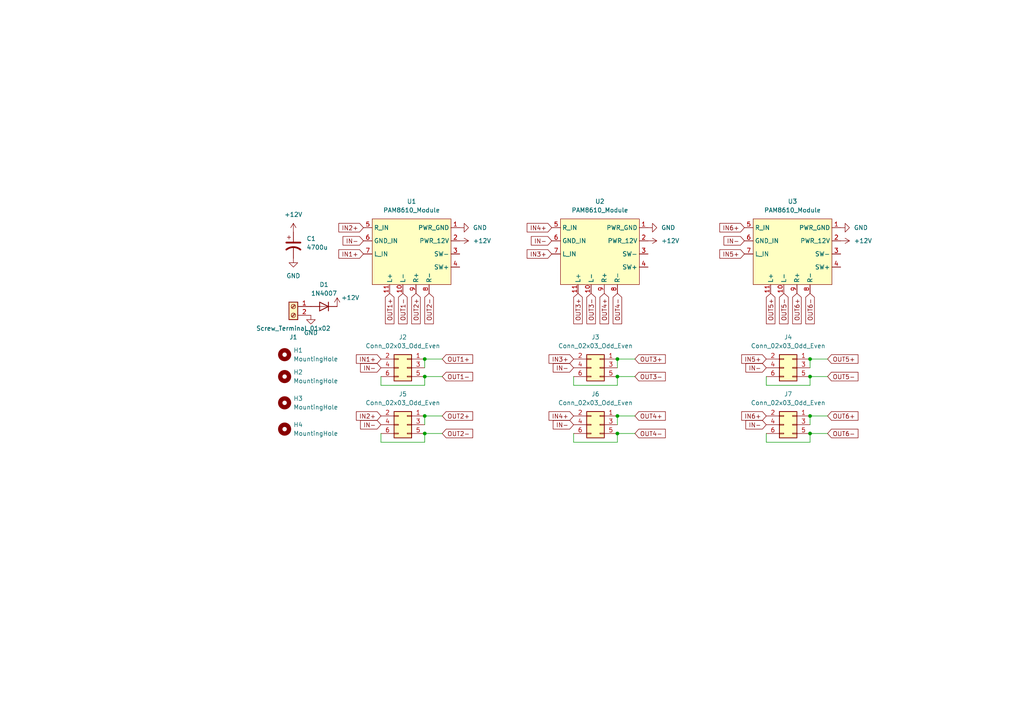
<source format=kicad_sch>
(kicad_sch (version 20211123) (generator eeschema)
  (paper "A4")
  (lib_symbols
    (symbol "Alex_Custom:PAM8610_Module"
      (property "Reference" "U" (at 0 0 0))
      (property "Value" "PAM8610_Module" (at 0 2.54 0))
      (symbol "PAM8610_Module_0_1"
        (rectangle (start -11.43 -21.59) (end 11.43 -2.54) (fill (type background)))
      )
      (symbol "PAM8610_Module_1_1"
        (pin input line (at 13.97 -5.08 180) (length 2.54) (name "PWR_GND") (number "1"))
        (pin output line (at -2.54 -24.13 90) (length 2.54) (name "L-") (number "10"))
        (pin output line (at -6.35 -24.13 90) (length 2.54) (name "L+") (number "11"))
        (pin input line (at 13.97 -8.89 180) (length 2.54) (name "PWR_12V") (number "2"))
        (pin input line (at 13.97 -12.7 180) (length 2.54) (name "SW-") (number "3"))
        (pin input line (at 13.97 -16.51 180) (length 2.54) (name "SW+") (number "4"))
        (pin input line (at -13.97 -5.08 0) (length 2.54) (name "R_IN") (number "5"))
        (pin input line (at -13.97 -8.89 0) (length 2.54) (name "GND_IN") (number "6"))
        (pin input line (at -13.97 -12.7 0) (length 2.54) (name "L_IN") (number "7"))
        (pin output line (at 5.08 -24.13 90) (length 2.54) (name "R-") (number "8"))
        (pin output line (at 1.27 -24.13 90) (length 2.54) (name "R+") (number "9"))
      )
    )
    (symbol "Connector:Screw_Terminal_01x02" (pin_names (offset 1.016) hide)
      (property "Reference" "J" (at 0 2.54 0))
      (property "Value" "Screw_Terminal_01x02" (at 0 -5.08 0))
      (symbol "Screw_Terminal_01x02_1_1"
        (rectangle (start -1.27 1.27) (end 1.27 -3.81) (stroke (width 0.254)) (fill (type background)))
        (circle (center 0 -2.54) (radius 0.635) (stroke (width 0.1524)))
        (polyline (pts (xy -0.5334 -2.2098) (xy 0.3302 -3.048)) (stroke (width 0.1524)))
        (polyline (pts (xy -0.5334 0.3302) (xy 0.3302 -0.508)) (stroke (width 0.1524)))
        (polyline (pts (xy -0.3556 -2.032) (xy 0.508 -2.8702)) (stroke (width 0.1524)))
        (polyline (pts (xy -0.3556 0.508) (xy 0.508 -0.3302)) (stroke (width 0.1524)))
        (circle (center 0 0) (radius 0.635) (stroke (width 0.1524)))
        (pin passive line (at -5.08 0 0) (length 3.81) (name "Pin_1") (number "1"))
        (pin passive line (at -5.08 -2.54 0) (length 3.81) (name "Pin_2") (number "2"))
      )
    )
    (symbol "Connector_Generic:Conn_02x03_Odd_Even" (pin_names (offset 1.016) hide)
      (property "Reference" "J" (at 1.27 5.08 0))
      (property "Value" "Conn_02x03_Odd_Even" (at 1.27 -5.08 0))
      (symbol "Conn_02x03_Odd_Even_1_1"
        (rectangle (start -1.27 -2.413) (end 0 -2.667) (stroke (width 0.1524)))
        (rectangle (start -1.27 0.127) (end 0 -0.127) (stroke (width 0.1524)))
        (rectangle (start -1.27 2.667) (end 0 2.413) (stroke (width 0.1524)))
        (rectangle (start -1.27 3.81) (end 3.81 -3.81) (stroke (width 0.254)) (fill (type background)))
        (rectangle (start 3.81 -2.413) (end 2.54 -2.667) (stroke (width 0.1524)))
        (rectangle (start 3.81 0.127) (end 2.54 -0.127) (stroke (width 0.1524)))
        (rectangle (start 3.81 2.667) (end 2.54 2.413) (stroke (width 0.1524)))
        (pin passive line (at -5.08 2.54 0) (length 3.81) (name "Pin_1") (number "1"))
        (pin passive line (at 7.62 2.54 180) (length 3.81) (name "Pin_2") (number "2"))
        (pin passive line (at -5.08 0 0) (length 3.81) (name "Pin_3") (number "3"))
        (pin passive line (at 7.62 0 180) (length 3.81) (name "Pin_4") (number "4"))
        (pin passive line (at -5.08 -2.54 0) (length 3.81) (name "Pin_5") (number "5"))
        (pin passive line (at 7.62 -2.54 180) (length 3.81) (name "Pin_6") (number "6"))
      )
    )
    (symbol "Device:C_Polarized_US" (pin_numbers hide) (pin_names (offset 0.254) hide)
      (property "Reference" "C" (at 0.635 2.54 0))
      (property "Value" "C_Polarized_US" (at 0.635 -2.54 0))
      (symbol "C_Polarized_US_0_1"
        (polyline (pts (xy -2.032 0.762) (xy 2.032 0.762)) (stroke (width 0.508)))
        (polyline (pts (xy -1.778 2.286) (xy -0.762 2.286)))
        (polyline (pts (xy -1.27 1.778) (xy -1.27 2.794)))
        (arc (start 2.032 -1.27) (mid 0 -0.5572) (end -2.032 -1.27) (stroke (width 0.508)))
      )
      (symbol "C_Polarized_US_1_1"
        (pin passive line (at 0 3.81 270) (length 2.794) (name "~") (number "1"))
        (pin passive line (at 0 -3.81 90) (length 3.302) (name "~") (number "2"))
      )
    )
    (symbol "Diode:1N4007" (pin_numbers hide) (pin_names (offset 1.016) hide)
      (property "Reference" "D" (at 0 2.54 0))
      (property "Value" "1N4007" (at 0 -2.54 0))
      (symbol "1N4007_0_1"
        (polyline (pts (xy -1.27 1.27) (xy -1.27 -1.27)) (stroke (width 0.254)))
        (polyline (pts (xy 1.27 0) (xy -1.27 0)))
        (polyline (pts (xy 1.27 1.27) (xy 1.27 -1.27) (xy -1.27 0) (xy 1.27 1.27)) (stroke (width 0.254)))
      )
      (symbol "1N4007_1_1"
        (pin passive line (at -3.81 0 0) (length 2.54) (name "K") (number "1"))
        (pin passive line (at 3.81 0 180) (length 2.54) (name "A") (number "2"))
      )
    )
    (symbol "Mechanical:MountingHole" (pin_names (offset 1.016))
      (property "Reference" "H" (at 0 5.08 0))
      (property "Value" "MountingHole" (at 0 3.175 0))
      (symbol "MountingHole_0_1"
        (circle (center 0 0) (radius 1.27) (stroke (width 1.27)))
      )
    )
    (symbol "power:+12V" (power) (pin_names (offset 0))
      (property "Value" "+12V" (at 0 3.556 0))
      (symbol "+12V_0_1"
        (polyline (pts (xy -0.762 1.27) (xy 0 2.54)))
        (polyline (pts (xy 0 0) (xy 0 2.54)))
        (polyline (pts (xy 0 2.54) (xy 0.762 1.27)))
      )
      (symbol "+12V_1_1"
        (pin power_in line (at 0 0 90) (length 0) hide (name "+12V") (number "1"))
      )
    )
    (symbol "power:GND" (power) (pin_names (offset 0))
      (property "Value" "GND" (at 0 -3.81 0))
      (symbol "GND_0_1"
        (polyline (pts (xy 0 0) (xy 0 -1.27) (xy 1.27 -1.27) (xy 0 -2.54) (xy -1.27 -1.27) (xy 0 -1.27)))
      )
      (symbol "GND_1_1"
        (pin power_in line (at 0 0 270) (length 0) hide (name "GND") (number "1"))
      )
    )
  )
  (junction (at 179.07 104.14))
  (junction (at 179.07 109.22))
  (junction (at 179.07 125.73))
  (junction (at 234.95 120.65))
  (junction (at 179.07 120.65))
  (junction (at 123.19 104.14))
  (junction (at 123.19 109.22))
  (junction (at 123.19 120.65))
  (junction (at 234.95 125.73))
  (junction (at 234.95 109.22))
  (junction (at 123.19 125.73))
  (junction (at 234.95 104.14))
  (wire (pts (xy 166.37 125.73) (xy 166.37 128.27)))
  (wire (pts (xy 179.07 104.14) (xy 179.07 106.68)))
  (wire (pts (xy 110.49 128.27) (xy 123.19 128.27)))
  (wire (pts (xy 166.37 128.27) (xy 179.07 128.27)))
  (wire (pts (xy 234.95 111.76) (xy 234.95 109.22)))
  (wire (pts (xy 234.95 120.65) (xy 234.95 123.19)))
  (wire (pts (xy 234.95 125.73) (xy 240.03 125.73)))
  (wire (pts (xy 234.95 109.22) (xy 240.03 109.22)))
  (wire (pts (xy 234.95 128.27) (xy 234.95 125.73)))
  (wire (pts (xy 110.49 109.22) (xy 110.49 111.76)))
  (wire (pts (xy 179.07 120.65) (xy 179.07 123.19)))
  (wire (pts (xy 179.07 109.22) (xy 184.15 109.22)))
  (wire (pts (xy 166.37 109.22) (xy 166.37 111.76)))
  (wire (pts (xy 123.19 111.76) (xy 123.19 109.22)))
  (wire (pts (xy 110.49 125.73) (xy 110.49 128.27)))
  (wire (pts (xy 166.37 111.76) (xy 179.07 111.76)))
  (wire (pts (xy 234.95 104.14) (xy 240.03 104.14)))
  (wire (pts (xy 179.07 104.14) (xy 184.15 104.14)))
  (wire (pts (xy 123.19 120.65) (xy 123.19 123.19)))
  (wire (pts (xy 179.07 120.65) (xy 184.15 120.65)))
  (wire (pts (xy 123.19 104.14) (xy 128.27 104.14)))
  (wire (pts (xy 123.19 109.22) (xy 128.27 109.22)))
  (wire (pts (xy 222.25 111.76) (xy 234.95 111.76)))
  (wire (pts (xy 222.25 128.27) (xy 234.95 128.27)))
  (wire (pts (xy 222.25 125.73) (xy 222.25 128.27)))
  (wire (pts (xy 123.19 120.65) (xy 128.27 120.65)))
  (wire (pts (xy 123.19 125.73) (xy 128.27 125.73)))
  (wire (pts (xy 179.07 128.27) (xy 179.07 125.73)))
  (wire (pts (xy 179.07 125.73) (xy 184.15 125.73)))
  (wire (pts (xy 123.19 104.14) (xy 123.19 106.68)))
  (wire (pts (xy 222.25 109.22) (xy 222.25 111.76)))
  (wire (pts (xy 110.49 111.76) (xy 123.19 111.76)))
  (wire (pts (xy 123.19 128.27) (xy 123.19 125.73)))
  (wire (pts (xy 234.95 120.65) (xy 240.03 120.65)))
  (wire (pts (xy 179.07 111.76) (xy 179.07 109.22)))
  (wire (pts (xy 234.95 104.14) (xy 234.95 106.68)))
  (global_label "OUT6-" (shape input) (at 234.95 85.09 270) (property "Intersheet References" "${INTERSHEET_REFS}" (effects hide)))
  (global_label "IN-" (shape input) (at 110.49 123.19 180) (property "Intersheet References" "${INTERSHEET_REFS}" (effects hide)))
  (global_label "IN2+" (shape input) (at 110.49 120.65 180) (property "Intersheet References" "${INTERSHEET_REFS}" (effects hide)))
  (global_label "IN-" (shape input) (at 222.25 106.68 180) (property "Intersheet References" "${INTERSHEET_REFS}" (effects hide)))
  (global_label "IN6+" (shape input) (at 215.9 66.04 180) (property "Intersheet References" "${INTERSHEET_REFS}" (effects hide)))
  (global_label "OUT2-" (shape input) (at 128.27 125.73 0) (property "Intersheet References" "${INTERSHEET_REFS}" (effects hide)))
  (global_label "OUT3-" (shape input) (at 184.15 109.22 0) (property "Intersheet References" "${INTERSHEET_REFS}" (effects hide)))
  (global_label "OUT1-" (shape input) (at 116.84 85.09 270) (property "Intersheet References" "${INTERSHEET_REFS}" (effects hide)))
  (global_label "OUT4+" (shape input) (at 184.15 120.65 0) (property "Intersheet References" "${INTERSHEET_REFS}" (effects hide)))
  (global_label "OUT5-" (shape input) (at 227.33 85.09 270) (property "Intersheet References" "${INTERSHEET_REFS}" (effects hide)))
  (global_label "IN-" (shape input) (at 110.49 106.68 180) (property "Intersheet References" "${INTERSHEET_REFS}" (effects hide)))
  (global_label "OUT3-" (shape input) (at 171.45 85.09 270) (property "Intersheet References" "${INTERSHEET_REFS}" (effects hide)))
  (global_label "OUT2+" (shape input) (at 120.65 85.09 270) (property "Intersheet References" "${INTERSHEET_REFS}" (effects hide)))
  (global_label "IN1+" (shape input) (at 110.49 104.14 180) (property "Intersheet References" "${INTERSHEET_REFS}" (effects hide)))
  (global_label "IN-" (shape input) (at 105.41 69.85 180) (property "Intersheet References" "${INTERSHEET_REFS}" (effects hide)))
  (global_label "OUT2+" (shape input) (at 128.27 120.65 0) (property "Intersheet References" "${INTERSHEET_REFS}" (effects hide)))
  (global_label "IN2+" (shape input) (at 105.41 66.04 180) (property "Intersheet References" "${INTERSHEET_REFS}" (effects hide)))
  (global_label "OUT2-" (shape input) (at 124.46 85.09 270) (property "Intersheet References" "${INTERSHEET_REFS}" (effects hide)))
  (global_label "IN1+" (shape input) (at 105.41 73.66 180) (property "Intersheet References" "${INTERSHEET_REFS}" (effects hide)))
  (global_label "IN-" (shape input) (at 166.37 106.68 180) (property "Intersheet References" "${INTERSHEET_REFS}" (effects hide)))
  (global_label "IN-" (shape input) (at 166.37 123.19 180) (property "Intersheet References" "${INTERSHEET_REFS}" (effects hide)))
  (global_label "IN4+" (shape input) (at 160.02 66.04 180) (property "Intersheet References" "${INTERSHEET_REFS}" (effects hide)))
  (global_label "OUT5-" (shape input) (at 240.03 109.22 0) (property "Intersheet References" "${INTERSHEET_REFS}" (effects hide)))
  (global_label "IN-" (shape input) (at 160.02 69.85 180) (property "Intersheet References" "${INTERSHEET_REFS}" (effects hide)))
  (global_label "OUT4-" (shape input) (at 179.07 85.09 270) (property "Intersheet References" "${INTERSHEET_REFS}" (effects hide)))
  (global_label "IN-" (shape input) (at 215.9 69.85 180) (property "Intersheet References" "${INTERSHEET_REFS}" (effects hide)))
  (global_label "OUT1+" (shape input) (at 113.03 85.09 270) (property "Intersheet References" "${INTERSHEET_REFS}" (effects hide)))
  (global_label "IN3+" (shape input) (at 160.02 73.66 180) (property "Intersheet References" "${INTERSHEET_REFS}" (effects hide)))
  (global_label "IN4+" (shape input) (at 166.37 120.65 180) (property "Intersheet References" "${INTERSHEET_REFS}" (effects hide)))
  (global_label "OUT5+" (shape input) (at 240.03 104.14 0) (property "Intersheet References" "${INTERSHEET_REFS}" (effects hide)))
  (global_label "IN3+" (shape input) (at 166.37 104.14 180) (property "Intersheet References" "${INTERSHEET_REFS}" (effects hide)))
  (global_label "OUT4+" (shape input) (at 175.26 85.09 270) (property "Intersheet References" "${INTERSHEET_REFS}" (effects hide)))
  (global_label "OUT3+" (shape input) (at 184.15 104.14 0) (property "Intersheet References" "${INTERSHEET_REFS}" (effects hide)))
  (global_label "OUT1-" (shape input) (at 128.27 109.22 0) (property "Intersheet References" "${INTERSHEET_REFS}" (effects hide)))
  (global_label "OUT6+" (shape input) (at 240.03 120.65 0) (property "Intersheet References" "${INTERSHEET_REFS}" (effects hide)))
  (global_label "OUT3+" (shape input) (at 167.64 85.09 270) (property "Intersheet References" "${INTERSHEET_REFS}" (effects hide)))
  (global_label "OUT6-" (shape input) (at 240.03 125.73 0) (property "Intersheet References" "${INTERSHEET_REFS}" (effects hide)))
  (global_label "IN5+" (shape input) (at 215.9 73.66 180) (property "Intersheet References" "${INTERSHEET_REFS}" (effects hide)))
  (global_label "OUT4-" (shape input) (at 184.15 125.73 0) (property "Intersheet References" "${INTERSHEET_REFS}" (effects hide)))
  (global_label "OUT1+" (shape input) (at 128.27 104.14 0) (property "Intersheet References" "${INTERSHEET_REFS}" (effects hide)))
  (global_label "OUT5+" (shape input) (at 223.52 85.09 270) (property "Intersheet References" "${INTERSHEET_REFS}" (effects hide)))
  (global_label "IN-" (shape input) (at 222.25 123.19 180) (property "Intersheet References" "${INTERSHEET_REFS}" (effects hide)))
  (global_label "OUT6+" (shape input) (at 231.14 85.09 270) (property "Intersheet References" "${INTERSHEET_REFS}" (effects hide)))
  (global_label "IN6+" (shape input) (at 222.25 120.65 180) (property "Intersheet References" "${INTERSHEET_REFS}" (effects hide)))
  (global_label "IN5+" (shape input) (at 222.25 104.14 180) (property "Intersheet References" "${INTERSHEET_REFS}" (effects hide)))
  (symbol (lib_id "Alex_Custom:PAM8610_Module") (at 173.99 60.96 0) (unit 1)
    (property "Reference" "U2" (at 173.99 58.42 0))
    (property "Value" "PAM8610_Module" (at 173.99 60.96 0))
    (property "Footprint" "Alex Custom:PAM8610_Module" (effects hide))
  )
  (symbol (lib_id "Connector_Generic:Conn_02x03_Odd_Even") (at 118.11 123.19 0) (mirror y) (unit 1)
    (property "Reference" "J5" (at 116.84 114.3 0))
    (property "Value" "Conn_02x03_Odd_Even" (at 116.84 116.84 0))
    (property "Footprint" "Connector_IDC:IDC-Header_2x03_P2.54mm_Vertical" (effects hide))
  )
  (symbol (lib_id "power:+12V") (at 97.79 88.9 0) (unit 1)
    (property "Reference" "#PWR0108" (effects hide))
    (property "Value" "+12V" (at 101.6 86.36 0))
  )
  (symbol (lib_id "Mechanical:MountingHole") (at 82.55 102.87 0) (unit 1)
    (property "Reference" "H1" (at 85.09 101.5999 0) (effects (justify left)))
    (property "Value" "MountingHole" (at 85.09 104.1399 0) (effects (justify left)))
    (property "Footprint" "MountingHole:MountingHole_3.2mm_M3" (effects hide))
  )
  (symbol (lib_id "power:+12V") (at 243.84 69.85 270) (unit 1)
    (property "Reference" "#PWR0102" (effects hide))
    (property "Value" "+12V" (at 247.65 69.8499 90) (effects (justify left)))
  )
  (symbol (lib_id "power:GND") (at 85.09 74.93 0) (unit 1)
    (property "Reference" "#PWR0110" (effects hide))
    (property "Value" "GND" (at 85.09 80.01 0))
  )
  (symbol (lib_id "power:+12V") (at 85.09 67.31 0) (unit 1)
    (property "Reference" "#PWR0109" (effects hide))
    (property "Value" "+12V" (at 85.09 62.23 0))
  )
  (symbol (lib_id "power:+12V") (at 133.35 69.85 270) (unit 1)
    (property "Reference" "#PWR0105" (effects hide))
    (property "Value" "+12V" (at 137.16 69.8499 90) (effects (justify left)))
  )
  (symbol (lib_id "Mechanical:MountingHole") (at 82.55 124.46 0) (unit 1)
    (property "Reference" "H4" (at 85.09 123.1899 0) (effects (justify left)))
    (property "Value" "MountingHole" (at 85.09 125.7299 0) (effects (justify left)))
    (property "Footprint" "MountingHole:MountingHole_3.2mm_M3" (effects hide))
  )
  (symbol (lib_id "Mechanical:MountingHole") (at 82.55 116.84 0) (unit 1)
    (property "Reference" "H3" (at 85.09 115.5699 0) (effects (justify left)))
    (property "Value" "MountingHole" (at 85.09 118.1099 0) (effects (justify left)))
    (property "Footprint" "MountingHole:MountingHole_3.2mm_M3" (effects hide))
  )
  (symbol (lib_id "Connector_Generic:Conn_02x03_Odd_Even") (at 118.11 106.68 0) (mirror y) (unit 1)
    (property "Reference" "J2" (at 116.84 97.79 0))
    (property "Value" "Conn_02x03_Odd_Even" (at 116.84 100.33 0))
    (property "Footprint" "Connector_IDC:IDC-Header_2x03_P2.54mm_Vertical" (effects hide))
  )
  (symbol (lib_id "Device:C_Polarized_US") (at 85.09 71.12 0) (unit 1)
    (property "Reference" "C1" (at 88.9 69.2149 0) (effects (justify left)))
    (property "Value" "4700u" (at 88.9 71.7549 0) (effects (justify left)))
    (property "Footprint" "Capacitor_THT:CP_Axial_L42.5mm_D20.0mm_P49.00mm_Horizontal" (effects hide))
  )
  (symbol (lib_id "power:GND") (at 133.35 66.04 90) (unit 1)
    (property "Reference" "#PWR0106" (effects hide))
    (property "Value" "GND" (at 137.16 66.0399 90) (effects (justify right)))
  )
  (symbol (lib_id "Connector_Generic:Conn_02x03_Odd_Even") (at 173.99 123.19 0) (mirror y) (unit 1)
    (property "Reference" "J6" (at 172.72 114.3 0))
    (property "Value" "Conn_02x03_Odd_Even" (at 172.72 116.84 0))
    (property "Footprint" "Connector_IDC:IDC-Header_2x03_P2.54mm_Vertical" (effects hide))
  )
  (symbol (lib_id "Alex_Custom:PAM8610_Module") (at 229.87 60.96 0) (unit 1)
    (property "Reference" "U3" (at 229.87 58.42 0))
    (property "Value" "PAM8610_Module" (at 229.87 60.96 0))
    (property "Footprint" "Alex Custom:PAM8610_Module" (effects hide))
  )
  (symbol (lib_id "Connector_Generic:Conn_02x03_Odd_Even") (at 173.99 106.68 0) (mirror y) (unit 1)
    (property "Reference" "J3" (at 172.72 97.79 0))
    (property "Value" "Conn_02x03_Odd_Even" (at 172.72 100.33 0))
    (property "Footprint" "Connector_IDC:IDC-Header_2x03_P2.54mm_Vertical" (effects hide))
  )
  (symbol (lib_id "Connector:Screw_Terminal_01x02") (at 85.09 88.9 0) (mirror y) (unit 1)
    (property "Reference" "J1" (at 85.09 97.79 0))
    (property "Value" "Screw_Terminal_01x02" (at 85.09 95.25 0))
    (property "Footprint" "TerminalBlock_Phoenix:TerminalBlock_Phoenix_MKDS-3-2-5.08_1x02_P5.08mm_Horizontal" (effects hide))
  )
  (symbol (lib_id "Connector_Generic:Conn_02x03_Odd_Even") (at 229.87 106.68 0) (mirror y) (unit 1)
    (property "Reference" "J4" (at 228.6 97.79 0))
    (property "Value" "Conn_02x03_Odd_Even" (at 228.6 100.33 0))
    (property "Footprint" "Connector_IDC:IDC-Header_2x03_P2.54mm_Vertical" (effects hide))
  )
  (symbol (lib_id "Mechanical:MountingHole") (at 82.55 109.22 0) (unit 1)
    (property "Reference" "H2" (at 85.09 107.9499 0) (effects (justify left)))
    (property "Value" "MountingHole" (at 85.09 110.4899 0) (effects (justify left)))
    (property "Footprint" "MountingHole:MountingHole_3.2mm_M3" (effects hide))
  )
  (symbol (lib_id "power:GND") (at 90.17 91.44 0) (unit 1)
    (property "Reference" "#PWR0107" (effects hide))
    (property "Value" "GND" (at 90.17 96.52 0))
  )
  (symbol (lib_id "Connector_Generic:Conn_02x03_Odd_Even") (at 229.87 123.19 0) (mirror y) (unit 1)
    (property "Reference" "J7" (at 228.6 114.3 0))
    (property "Value" "Conn_02x03_Odd_Even" (at 228.6 116.84 0))
    (property "Footprint" "Connector_IDC:IDC-Header_2x03_P2.54mm_Vertical" (effects hide))
  )
  (symbol (lib_id "Diode:1N4007") (at 93.98 88.9 180) (unit 1)
    (property "Reference" "D1" (at 93.98 82.55 0))
    (property "Value" "1N4007" (at 93.98 85.09 0))
    (property "Footprint" "Diode_THT:D_DO-41_SOD81_P10.16mm_Horizontal" (effects hide))
    (property "Datasheet" "http://www.vishay.com/docs/88503/1n4001.pdf" (effects hide))
  )
  (symbol (lib_id "power:+12V") (at 187.96 69.85 270) (unit 1)
    (property "Reference" "#PWR0104" (effects hide))
    (property "Value" "+12V" (at 191.77 69.8499 90) (effects (justify left)))
  )
  (symbol (lib_id "power:GND") (at 243.84 66.04 90) (unit 1)
    (property "Reference" "#PWR0103" (effects hide))
    (property "Value" "GND" (at 247.65 66.0399 90) (effects (justify right)))
  )
  (symbol (lib_id "power:GND") (at 187.96 66.04 90) (unit 1)
    (property "Reference" "#PWR0101" (effects hide))
    (property "Value" "GND" (at 191.77 66.0399 90) (effects (justify right)))
  )
  (symbol (lib_id "Alex_Custom:PAM8610_Module") (at 119.38 60.96 0) (unit 1)
    (property "Reference" "U1" (at 119.38 58.42 0))
    (property "Value" "PAM8610_Module" (at 119.38 60.96 0))
    (property "Footprint" "Alex Custom:PAM8610_Module" (effects hide))
  )
)
</source>
